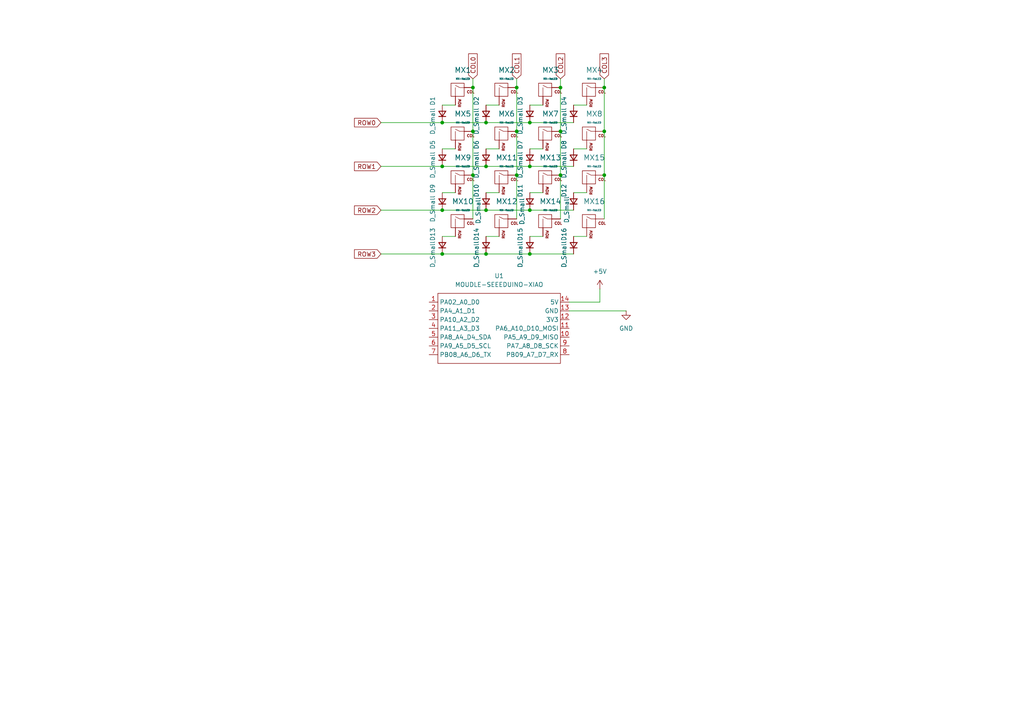
<source format=kicad_sch>
(kicad_sch (version 20231120) (generator "eeschema") (generator_version "8.0")
  (paper "A4")
  (lib_symbols
    (symbol "Device:D_Small" (pin_numbers hide) (pin_names (offset 0.254) hide)
      (property "Reference" "D" (at -1.27 2.032 0))
      (property "Value" "D_Small" (at -3.81 -2.032 0))
      (symbol "D_Small_0_1"
        (polyline (pts (xy -0.762 -1.016) (xy -0.762 1.016)) (stroke (width 0.254)))
        (polyline (pts (xy -0.762 0) (xy 0.762 0)))
        (polyline (pts (xy 0.762 -1.016) (xy -0.762 0) (xy 0.762 1.016) (xy 0.762 -1.016)) (stroke (width 0.254)))
      )
      (symbol "D_Small_1_1"
        (pin passive line (at -2.54 0 0) (length 1.778) (name "K") (number "1"))
        (pin passive line (at 2.54 0 180) (length 1.778) (name "A") (number "2"))
      )
    )
    (symbol "MOUDLE-SEEEDUINO-XIAO:MOUDLE-SEEEDUINO-XIAO"
      (property "Reference" "U" (at -16.51 11.43 0))
      (property "Value" "MOUDLE-SEEEDUINO-XIAO" (at -3.81 -11.43 0))
      (symbol "MOUDLE-SEEEDUINO-XIAO_0_1"
        (rectangle (start -16.51 10.16) (end 19.05 -10.16))
      )
      (symbol "MOUDLE-SEEEDUINO-XIAO_1_1"
        (pin passive line (at -19.05 7.62 0) (length 2.54) (name "PA02_A0_D0") (number "1"))
        (pin passive line (at 21.59 -2.54 180) (length 2.54) (name "PA5_A9_D9_MISO") (number "10"))
        (pin passive line (at 21.59 0 180) (length 2.54) (name "PA6_A10_D10_MOSI") (number "11"))
        (pin passive line (at 21.59 2.54 180) (length 2.54) (name "3V3") (number "12"))
        (pin passive line (at 21.59 5.08 180) (length 2.54) (name "GND") (number "13"))
        (pin passive line (at 21.59 7.62 180) (length 2.54) (name "5V") (number "14"))
        (pin passive line (at -19.05 5.08 0) (length 2.54) (name "PA4_A1_D1") (number "2"))
        (pin passive line (at -19.05 2.54 0) (length 2.54) (name "PA10_A2_D2") (number "3"))
        (pin passive line (at -19.05 0 0) (length 2.54) (name "PA11_A3_D3") (number "4"))
        (pin passive line (at -19.05 -2.54 0) (length 2.54) (name "PA8_A4_D4_SDA") (number "5"))
        (pin passive line (at -19.05 -5.08 0) (length 2.54) (name "PA9_A5_D5_SCL") (number "6"))
        (pin passive line (at -19.05 -7.62 0) (length 2.54) (name "PB08_A6_D6_TX") (number "7"))
        (pin passive line (at 21.59 -7.62 180) (length 2.54) (name "PB09_A7_D7_RX") (number "8"))
        (pin passive line (at 21.59 -5.08 180) (length 2.54) (name "PA7_A8_D8_SCK") (number "9"))
      )
    )
    (symbol "MX_Alps_Hybrid:MX-NoLED" (pin_names (offset 1.016))
      (property "Reference" "MX" (at -0.635 3.81 0))
      (property "Value" "MX-NoLED" (at -0.635 1.27 0))
      (symbol "MX-NoLED_0_0"
        (rectangle (start -2.54 2.54) (end 1.27 -1.27))
        (polyline (pts (xy -1.27 -1.27) (xy -1.27 1.27)) (stroke (width 0.127)))
        (polyline (pts (xy 1.27 1.27) (xy 0 1.27) (xy -1.27 1.905)) (stroke (width 0.127)))
        (text "COL" (at 3.175 0 0) (effects (font (size 0.762 0.762))))
        (text "ROW" (at 0 -1.905 900) (effects (font (size 0.762 0.762)) (justify right)))
      )
      (symbol "MX-NoLED_1_1"
        (pin passive line (at 3.81 1.27 180) (length 2.54) (name "COL") (number "1"))
        (pin passive line (at -1.27 -3.81 90) (length 2.54) (name "ROW") (number "2"))
      )
    )
    (symbol "power:+5V" (power) (pin_numbers hide) (pin_names (offset 0) hide)
      (property "Value" "+5V" (at 0 3.556 0))
      (symbol "+5V_0_1"
        (polyline (pts (xy -0.762 1.27) (xy 0 2.54)))
        (polyline (pts (xy 0 0) (xy 0 2.54)))
        (polyline (pts (xy 0 2.54) (xy 0.762 1.27)))
      )
      (symbol "+5V_1_1"
        (pin power_in line (at 0 0 90) (length 0) (name "~") (number "1"))
      )
    )
    (symbol "power:GND" (power) (pin_numbers hide) (pin_names (offset 0) hide)
      (property "Value" "GND" (at 0 -3.81 0))
      (symbol "GND_0_1"
        (polyline (pts (xy 0 0) (xy 0 -1.27) (xy 1.27 -1.27) (xy 0 -2.54) (xy -1.27 -1.27) (xy 0 -1.27)))
      )
      (symbol "GND_1_1"
        (pin power_in line (at 0 0 270) (length 0) (name "~") (number "1"))
      )
    )
  )
  (junction (at 140.97 48.26))
  (junction (at 149.86 50.8))
  (junction (at 175.26 50.8))
  (junction (at 137.16 50.8))
  (junction (at 175.26 25.4))
  (junction (at 137.16 38.1))
  (junction (at 153.67 73.66))
  (junction (at 140.97 60.96))
  (junction (at 128.27 48.26))
  (junction (at 149.86 38.1))
  (junction (at 153.67 60.96))
  (junction (at 162.56 50.8))
  (junction (at 128.27 73.66))
  (junction (at 137.16 25.4))
  (junction (at 162.56 25.4))
  (junction (at 140.97 35.56))
  (junction (at 128.27 60.96))
  (junction (at 149.86 25.4))
  (junction (at 175.26 38.1))
  (junction (at 153.67 35.56))
  (junction (at 140.97 73.66))
  (junction (at 162.56 38.1))
  (junction (at 153.67 48.26))
  (junction (at 128.27 35.56))
  (wire (pts (xy 110.49 35.56) (xy 128.27 35.56)))
  (wire (pts (xy 137.16 38.1) (xy 137.16 50.8)))
  (wire (pts (xy 140.97 68.58) (xy 144.78 68.58)))
  (wire (pts (xy 128.27 48.26) (xy 140.97 48.26)))
  (wire (pts (xy 137.16 22.86) (xy 137.16 25.4)))
  (wire (pts (xy 140.97 48.26) (xy 153.67 48.26)))
  (wire (pts (xy 153.67 73.66) (xy 166.37 73.66)))
  (wire (pts (xy 110.49 48.26) (xy 128.27 48.26)))
  (wire (pts (xy 128.27 55.88) (xy 132.08 55.88)))
  (wire (pts (xy 165.1 87.63) (xy 173.99 87.63)))
  (wire (pts (xy 128.27 73.66) (xy 140.97 73.66)))
  (wire (pts (xy 173.99 87.63) (xy 173.99 83.82)))
  (wire (pts (xy 140.97 30.48) (xy 144.78 30.48)))
  (wire (pts (xy 162.56 22.86) (xy 162.56 25.4)))
  (wire (pts (xy 153.67 35.56) (xy 140.97 35.56)))
  (wire (pts (xy 162.56 25.4) (xy 162.56 38.1)))
  (wire (pts (xy 153.67 68.58) (xy 157.48 68.58)))
  (wire (pts (xy 175.26 22.86) (xy 175.26 25.4)))
  (wire (pts (xy 153.67 48.26) (xy 166.37 48.26)))
  (wire (pts (xy 175.26 38.1) (xy 175.26 50.8)))
  (wire (pts (xy 162.56 50.8) (xy 162.56 63.5)))
  (wire (pts (xy 140.97 60.96) (xy 153.67 60.96)))
  (wire (pts (xy 140.97 43.18) (xy 144.78 43.18)))
  (wire (pts (xy 153.67 43.18) (xy 157.48 43.18)))
  (wire (pts (xy 166.37 43.18) (xy 170.18 43.18)))
  (wire (pts (xy 166.37 68.58) (xy 170.18 68.58)))
  (wire (pts (xy 175.26 25.4) (xy 175.26 38.1)))
  (wire (pts (xy 153.67 55.88) (xy 157.48 55.88)))
  (wire (pts (xy 128.27 68.58) (xy 132.08 68.58)))
  (wire (pts (xy 166.37 55.88) (xy 170.18 55.88)))
  (wire (pts (xy 110.49 73.66) (xy 128.27 73.66)))
  (wire (pts (xy 149.86 22.86) (xy 149.86 25.4)))
  (wire (pts (xy 140.97 35.56) (xy 128.27 35.56)))
  (wire (pts (xy 128.27 60.96) (xy 140.97 60.96)))
  (wire (pts (xy 166.37 35.56) (xy 153.67 35.56)))
  (wire (pts (xy 175.26 50.8) (xy 175.26 63.5)))
  (wire (pts (xy 165.1 90.17) (xy 181.61 90.17)))
  (wire (pts (xy 162.56 38.1) (xy 162.56 50.8)))
  (wire (pts (xy 140.97 73.66) (xy 153.67 73.66)))
  (wire (pts (xy 128.27 43.18) (xy 132.08 43.18)))
  (wire (pts (xy 137.16 50.8) (xy 137.16 63.5)))
  (wire (pts (xy 140.97 55.88) (xy 144.78 55.88)))
  (wire (pts (xy 149.86 38.1) (xy 149.86 50.8)))
  (wire (pts (xy 153.67 30.48) (xy 157.48 30.48)))
  (wire (pts (xy 149.86 25.4) (xy 149.86 38.1)))
  (wire (pts (xy 110.49 60.96) (xy 128.27 60.96)))
  (wire (pts (xy 166.37 30.48) (xy 170.18 30.48)))
  (wire (pts (xy 137.16 25.4) (xy 137.16 38.1)))
  (wire (pts (xy 153.67 60.96) (xy 166.37 60.96)))
  (wire (pts (xy 149.86 50.8) (xy 149.86 63.5)))
  (wire (pts (xy 128.27 30.48) (xy 132.08 30.48)))
  (global_label "COL0" (shape input) (at 137.16 22.86 90) (property "Intersheetrefs" "${INTERSHEET_REFS}" (effects (hide yes))))
  (global_label "ROW3" (shape input) (at 110.49 73.66 180) (property "Intersheetrefs" "${INTERSHEET_REFS}" (effects (hide yes))))
  (global_label "ROW2" (shape input) (at 110.49 60.96 180) (property "Intersheetrefs" "${INTERSHEET_REFS}" (effects (hide yes))))
  (global_label "ROW1" (shape input) (at 110.49 48.26 180) (property "Intersheetrefs" "${INTERSHEET_REFS}" (effects (hide yes))))
  (global_label "ROW0" (shape input) (at 110.49 35.56 180) (property "Intersheetrefs" "${INTERSHEET_REFS}" (effects (hide yes))))
  (global_label "COL1" (shape input) (at 149.86 22.86 90) (property "Intersheetrefs" "${INTERSHEET_REFS}" (effects (hide yes))))
  (global_label "COL3" (shape input) (at 175.26 22.86 90) (property "Intersheetrefs" "${INTERSHEET_REFS}" (effects (hide yes))))
  (global_label "COL2" (shape input) (at 162.56 22.86 90) (property "Intersheetrefs" "${INTERSHEET_REFS}" (effects (hide yes))))
  (symbol (lib_id "Device:D_Small") (at 153.67 45.72 90) (unit 1)
    (property "Reference" "D7" (at 150.876 40.64 0) (effects (justify right)))
    (property "Value" "D_Small" (at 150.876 43.942 0) (effects (justify right)))
    (property "Footprint" "Diode_SMD:D_SOD-123" (effects (hide yes)))
    (property "Description" "Diode, small symbol" (effects (hide yes)))
    (property "Sim.Device" "D" (effects (hide yes)))
    (property "Sim.Pins" "1=K 2=A" (effects (hide yes)))
  )
  (symbol (lib_id "MX_Alps_Hybrid:MX-NoLED") (at 171.45 26.67 0) (unit 1)
    (property "Reference" "MX4" (at 172.3452 20.32 0) (effects (font (size 1.524 1.524))))
    (property "Value" "MX-NoLED" (at 172.3452 22.86 0) (effects (font (size 0.508 0.508))))
    (property "Footprint" "MX_Alps_Hybrid:MX-1U-NoLED" (effects (hide yes)))
  )
  (symbol (lib_id "MX_Alps_Hybrid:MX-NoLED") (at 133.35 64.77 0) (unit 1)
    (property "Reference" "MX10" (at 134.2452 58.42 0) (effects (font (size 1.524 1.524))))
    (property "Value" "MX-NoLED" (at 134.2452 60.96 0) (effects (font (size 0.508 0.508))))
    (property "Footprint" "MX_Alps_Hybrid:MX-1U-NoLED" (effects (hide yes)))
  )
  (symbol (lib_id "MX_Alps_Hybrid:MX-NoLED") (at 133.35 39.37 0) (unit 1)
    (property "Reference" "MX5" (at 134.2452 33.02 0) (effects (font (size 1.524 1.524))))
    (property "Value" "MX-NoLED" (at 134.2452 35.56 0) (effects (font (size 0.508 0.508))))
    (property "Footprint" "MX_Alps_Hybrid:MX-1U-NoLED" (effects (hide yes)))
  )
  (symbol (lib_id "Device:D_Small") (at 140.97 71.12 90) (unit 1)
    (property "Reference" "D14" (at 138.176 66.04 0) (effects (justify right)))
    (property "Value" "D_Small" (at 138.176 69.85 0) (effects (justify right)))
    (property "Footprint" "Diode_SMD:D_SOD-123" (effects (hide yes)))
    (property "Description" "Diode, small symbol" (effects (hide yes)))
    (property "Sim.Device" "D" (effects (hide yes)))
    (property "Sim.Pins" "1=K 2=A" (effects (hide yes)))
  )
  (symbol (lib_id "Device:D_Small") (at 140.97 45.72 90) (unit 1)
    (property "Reference" "D6" (at 138.176 40.64 0) (effects (justify right)))
    (property "Value" "D_Small" (at 138.176 43.942 0) (effects (justify right)))
    (property "Footprint" "Diode_SMD:D_SOD-123" (effects (hide yes)))
    (property "Description" "Diode, small symbol" (effects (hide yes)))
    (property "Sim.Device" "D" (effects (hide yes)))
    (property "Sim.Pins" "1=K 2=A" (effects (hide yes)))
  )
  (symbol (lib_id "MX_Alps_Hybrid:MX-NoLED") (at 158.75 64.77 0) (unit 1)
    (property "Reference" "MX14" (at 159.6452 58.42 0) (effects (font (size 1.524 1.524))))
    (property "Value" "MX-NoLED" (at 159.6452 60.96 0) (effects (font (size 0.508 0.508))))
    (property "Footprint" "MX_Alps_Hybrid:MX-1U-NoLED" (effects (hide yes)))
  )
  (symbol (lib_id "Device:D_Small") (at 140.97 33.02 90) (unit 1)
    (property "Reference" "D2" (at 138.176 27.94 0) (effects (justify right)))
    (property "Value" "D_Small" (at 138.176 31.242 0) (effects (justify right)))
    (property "Footprint" "Diode_SMD:D_SOD-123" (effects (hide yes)))
    (property "Description" "Diode, small symbol" (effects (hide yes)))
    (property "Sim.Device" "D" (effects (hide yes)))
    (property "Sim.Pins" "1=K 2=A" (effects (hide yes)))
  )
  (symbol (lib_id "Device:D_Small") (at 166.37 71.12 90) (unit 1)
    (property "Reference" "D16" (at 163.576 66.04 0) (effects (justify right)))
    (property "Value" "D_Small" (at 163.576 69.85 0) (effects (justify right)))
    (property "Footprint" "Diode_SMD:D_SOD-123" (effects (hide yes)))
    (property "Description" "Diode, small symbol" (effects (hide yes)))
    (property "Sim.Device" "D" (effects (hide yes)))
    (property "Sim.Pins" "1=K 2=A" (effects (hide yes)))
  )
  (symbol (lib_id "Device:D_Small") (at 153.67 58.42 90) (unit 1)
    (property "Reference" "D11" (at 150.876 53.34 0) (effects (justify right)))
    (property "Value" "D_Small" (at 151.384 57.404 0) (effects (justify right)))
    (property "Footprint" "Diode_SMD:D_SOD-123" (effects (hide yes)))
    (property "Description" "Diode, small symbol" (effects (hide yes)))
    (property "Sim.Device" "D" (effects (hide yes)))
    (property "Sim.Pins" "1=K 2=A" (effects (hide yes)))
  )
  (symbol (lib_id "Device:D_Small") (at 166.37 45.72 90) (unit 1)
    (property "Reference" "D8" (at 163.576 40.64 0) (effects (justify right)))
    (property "Value" "D_Small" (at 163.576 43.942 0) (effects (justify right)))
    (property "Footprint" "Diode_SMD:D_SOD-123" (effects (hide yes)))
    (property "Description" "Diode, small symbol" (effects (hide yes)))
    (property "Sim.Device" "D" (effects (hide yes)))
    (property "Sim.Pins" "1=K 2=A" (effects (hide yes)))
  )
  (symbol (lib_id "MX_Alps_Hybrid:MX-NoLED") (at 158.75 39.37 0) (unit 1)
    (property "Reference" "MX7" (at 159.6452 33.02 0) (effects (font (size 1.524 1.524))))
    (property "Value" "MX-NoLED" (at 159.6452 35.56 0) (effects (font (size 0.508 0.508))))
    (property "Footprint" "MX_Alps_Hybrid:MX-1U-NoLED" (effects (hide yes)))
  )
  (symbol (lib_id "Device:D_Small") (at 166.37 33.02 90) (unit 1)
    (property "Reference" "D4" (at 163.576 27.94 0) (effects (justify right)))
    (property "Value" "D_Small" (at 163.576 31.242 0) (effects (justify right)))
    (property "Footprint" "Diode_SMD:D_SOD-123" (effects (hide yes)))
    (property "Description" "Diode, small symbol" (effects (hide yes)))
    (property "Sim.Device" "D" (effects (hide yes)))
    (property "Sim.Pins" "1=K 2=A" (effects (hide yes)))
  )
  (symbol (lib_id "MX_Alps_Hybrid:MX-NoLED") (at 146.05 26.67 0) (unit 1)
    (property "Reference" "MX2" (at 146.9452 20.32 0) (effects (font (size 1.524 1.524))))
    (property "Value" "MX-NoLED" (at 146.9452 22.86 0) (effects (font (size 0.508 0.508))))
    (property "Footprint" "MX_Alps_Hybrid:MX-1U-NoLED" (effects (hide yes)))
  )
  (symbol (lib_id "MX_Alps_Hybrid:MX-NoLED") (at 158.75 26.67 0) (unit 1)
    (property "Reference" "MX3" (at 159.6452 20.32 0) (effects (font (size 1.524 1.524))))
    (property "Value" "MX-NoLED" (at 159.6452 22.86 0) (effects (font (size 0.508 0.508))))
    (property "Footprint" "MX_Alps_Hybrid:MX-1U-NoLED" (effects (hide yes)))
  )
  (symbol (lib_id "Device:D_Small") (at 128.27 45.72 90) (unit 1)
    (property "Reference" "D5" (at 125.476 40.64 0) (effects (justify right)))
    (property "Value" "D_Small" (at 125.476 43.942 0) (effects (justify right)))
    (property "Footprint" "Diode_SMD:D_SOD-123" (effects (hide yes)))
    (property "Description" "Diode, small symbol" (effects (hide yes)))
    (property "Sim.Device" "D" (effects (hide yes)))
    (property "Sim.Pins" "1=K 2=A" (effects (hide yes)))
  )
  (symbol (lib_id "power:GND") (at 181.61 90.17 0) (unit 1)
    (property "Reference" "#PWR02" (effects (hide yes)))
    (property "Value" "GND" (at 181.61 95.25 0))
    (property "Description" "Power symbol creates a global label with name \"GND\" , ground" (effects (hide yes)))
  )
  (symbol (lib_id "power:+5V") (at 173.99 83.82 0) (unit 1)
    (property "Reference" "#PWR01" (effects (hide yes)))
    (property "Value" "+5V" (at 173.99 78.74 0))
    (property "Description" "Power symbol creates a global label with name \"+5V\"" (effects (hide yes)))
  )
  (symbol (lib_id "MX_Alps_Hybrid:MX-NoLED") (at 171.45 64.77 0) (unit 1)
    (property "Reference" "MX16" (at 172.3452 58.42 0) (effects (font (size 1.524 1.524))))
    (property "Value" "MX-NoLED" (at 172.3452 60.96 0) (effects (font (size 0.508 0.508))))
    (property "Footprint" "MX_Alps_Hybrid:MX-1U-NoLED" (effects (hide yes)))
  )
  (symbol (lib_id "MX_Alps_Hybrid:MX-NoLED") (at 133.35 26.67 0) (unit 1)
    (property "Reference" "MX1" (at 134.2452 20.32 0) (effects (font (size 1.524 1.524))))
    (property "Value" "MX-NoLED" (at 134.2452 22.86 0) (effects (font (size 0.508 0.508))))
    (property "Footprint" "MX_Alps_Hybrid:MX-1U-NoLED" (effects (hide yes)))
  )
  (symbol (lib_id "Device:D_Small") (at 128.27 58.42 90) (unit 1)
    (property "Reference" "D9" (at 125.476 53.34 0) (effects (justify right)))
    (property "Value" "D_Small" (at 125.476 56.642 0) (effects (justify right)))
    (property "Footprint" "Diode_SMD:D_SOD-123" (effects (hide yes)))
    (property "Description" "Diode, small symbol" (effects (hide yes)))
    (property "Sim.Device" "D" (effects (hide yes)))
    (property "Sim.Pins" "1=K 2=A" (effects (hide yes)))
  )
  (symbol (lib_id "Device:D_Small") (at 153.67 71.12 90) (unit 1)
    (property "Reference" "D15" (at 150.876 66.04 0) (effects (justify right)))
    (property "Value" "D_Small" (at 150.876 69.85 0) (effects (justify right)))
    (property "Footprint" "Diode_SMD:D_SOD-123" (effects (hide yes)))
    (property "Description" "Diode, small symbol" (effects (hide yes)))
    (property "Sim.Device" "D" (effects (hide yes)))
    (property "Sim.Pins" "1=K 2=A" (effects (hide yes)))
  )
  (symbol (lib_id "MX_Alps_Hybrid:MX-NoLED") (at 146.05 39.37 0) (unit 1)
    (property "Reference" "MX6" (at 146.9452 33.02 0) (effects (font (size 1.524 1.524))))
    (property "Value" "MX-NoLED" (at 146.9452 35.56 0) (effects (font (size 0.508 0.508))))
    (property "Footprint" "MX_Alps_Hybrid:MX-1U-NoLED" (effects (hide yes)))
  )
  (symbol (lib_id "MX_Alps_Hybrid:MX-NoLED") (at 158.75 52.07 0) (unit 1)
    (property "Reference" "MX13" (at 159.6452 45.72 0) (effects (font (size 1.524 1.524))))
    (property "Value" "MX-NoLED" (at 159.6452 48.26 0) (effects (font (size 0.508 0.508))))
    (property "Footprint" "MX_Alps_Hybrid:MX-1U-NoLED" (effects (hide yes)))
  )
  (symbol (lib_id "Device:D_Small") (at 166.37 58.42 90) (unit 1)
    (property "Reference" "D12" (at 163.576 53.34 0) (effects (justify right)))
    (property "Value" "D_Small" (at 164.338 56.896 0) (effects (justify right)))
    (property "Footprint" "Diode_SMD:D_SOD-123" (effects (hide yes)))
    (property "Description" "Diode, small symbol" (effects (hide yes)))
    (property "Sim.Device" "D" (effects (hide yes)))
    (property "Sim.Pins" "1=K 2=A" (effects (hide yes)))
  )
  (symbol (lib_id "MX_Alps_Hybrid:MX-NoLED") (at 171.45 39.37 0) (unit 1)
    (property "Reference" "MX8" (at 172.3452 33.02 0) (effects (font (size 1.524 1.524))))
    (property "Value" "MX-NoLED" (at 172.3452 35.56 0) (effects (font (size 0.508 0.508))))
    (property "Footprint" "MX_Alps_Hybrid:MX-1U-NoLED" (effects (hide yes)))
  )
  (symbol (lib_id "Device:D_Small") (at 153.67 33.02 90) (unit 1)
    (property "Reference" "D3" (at 150.876 27.94 0) (effects (justify right)))
    (property "Value" "D_Small" (at 150.876 31.242 0) (effects (justify right)))
    (property "Footprint" "Diode_SMD:D_SOD-123" (effects (hide yes)))
    (property "Description" "Diode, small symbol" (effects (hide yes)))
    (property "Sim.Device" "D" (effects (hide yes)))
    (property "Sim.Pins" "1=K 2=A" (effects (hide yes)))
  )
  (symbol (lib_id "MX_Alps_Hybrid:MX-NoLED") (at 171.45 52.07 0) (unit 1)
    (property "Reference" "MX15" (at 172.3452 45.72 0) (effects (font (size 1.524 1.524))))
    (property "Value" "MX-NoLED" (at 172.3452 48.26 0) (effects (font (size 0.508 0.508))))
    (property "Footprint" "MX_Alps_Hybrid:MX-1U-NoLED" (effects (hide yes)))
  )
  (symbol (lib_id "Device:D_Small") (at 140.97 58.42 90) (unit 1)
    (property "Reference" "D10" (at 138.176 53.34 0) (effects (justify right)))
    (property "Value" "D_Small" (at 138.684 57.15 0) (effects (justify right)))
    (property "Footprint" "Diode_SMD:D_SOD-123" (effects (hide yes)))
    (property "Description" "Diode, small symbol" (effects (hide yes)))
    (property "Sim.Device" "D" (effects (hide yes)))
    (property "Sim.Pins" "1=K 2=A" (effects (hide yes)))
  )
  (symbol (lib_id "MX_Alps_Hybrid:MX-NoLED") (at 133.35 52.07 0) (unit 1)
    (property "Reference" "MX9" (at 134.2452 45.72 0) (effects (font (size 1.524 1.524))))
    (property "Value" "MX-NoLED" (at 134.2452 48.26 0) (effects (font (size 0.508 0.508))))
    (property "Footprint" "MX_Alps_Hybrid:MX-1U-NoLED" (effects (hide yes)))
  )
  (symbol (lib_id "MX_Alps_Hybrid:MX-NoLED") (at 146.05 52.07 0) (unit 1)
    (property "Reference" "MX11" (at 146.9452 45.72 0) (effects (font (size 1.524 1.524))))
    (property "Value" "MX-NoLED" (at 146.9452 48.26 0) (effects (font (size 0.508 0.508))))
    (property "Footprint" "MX_Alps_Hybrid:MX-1U-NoLED" (effects (hide yes)))
  )
  (symbol (lib_id "Device:D_Small") (at 128.27 33.02 90) (unit 1)
    (property "Reference" "D1" (at 125.476 27.94 0) (effects (justify right)))
    (property "Value" "D_Small" (at 125.476 31.242 0) (effects (justify right)))
    (property "Footprint" "Diode_SMD:D_SOD-123" (effects (hide yes)))
    (property "Description" "Diode, small symbol" (effects (hide yes)))
    (property "Sim.Device" "D" (effects (hide yes)))
    (property "Sim.Pins" "1=K 2=A" (effects (hide yes)))
  )
  (symbol (lib_id "MX_Alps_Hybrid:MX-NoLED") (at 146.05 64.77 0) (unit 1)
    (property "Reference" "MX12" (at 146.9452 58.42 0) (effects (font (size 1.524 1.524))))
    (property "Value" "MX-NoLED" (at 146.9452 60.96 0) (effects (font (size 0.508 0.508))))
    (property "Footprint" "MX_Alps_Hybrid:MX-1U-NoLED" (effects (hide yes)))
  )
  (symbol (lib_id "MOUDLE-SEEEDUINO-XIAO:MOUDLE-SEEEDUINO-XIAO") (at 143.51 95.25 0) (unit 1)
    (property "Reference" "U1" (at 144.78 80.01 0))
    (property "Value" "MOUDLE-SEEEDUINO-XIAO" (at 144.78 82.55 0))
    (property "Footprint" "XIAO_PCB:MOUDLE14P-2.54-21X17.8MM" (effects (hide yes)))
  )
  (symbol (lib_id "Device:D_Small") (at 128.27 71.12 90) (unit 1)
    (property "Reference" "D13" (at 125.476 66.04 0) (effects (justify right)))
    (property "Value" "D_Small" (at 125.476 69.85 0) (effects (justify right)))
    (property "Footprint" "Diode_SMD:D_SOD-123" (effects (hide yes)))
    (property "Description" "Diode, small symbol" (effects (hide yes)))
    (property "Sim.Device" "D" (effects (hide yes)))
    (property "Sim.Pins" "1=K 2=A" (effects (hide yes)))
  )
)
</source>
